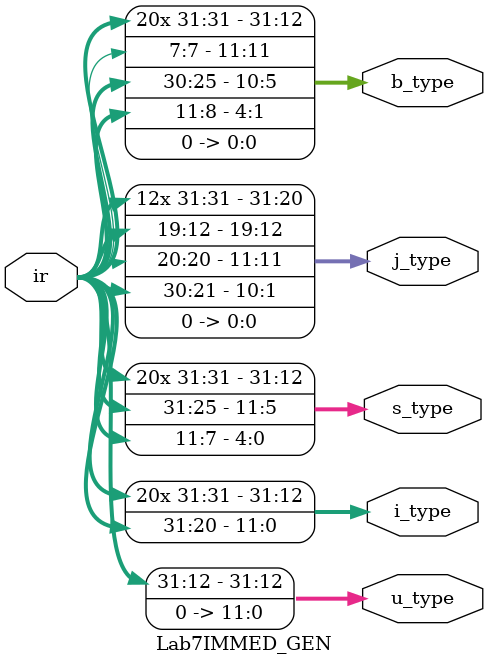
<source format=sv>
`timescale 1ns / 1ps


module Lab7IMMED_GEN #(parameter n = 32)(
    input [n-1:7] ir,
    output [n-1:0] u_type,
    output [n-1:0] i_type,
    output [n-1:0] s_type,
    output [n-1:0] j_type,
    output [n-1:0] b_type
    );
    
    assign u_type = {ir[31:12] , 12'b000000000000 };
    assign i_type = {{21{ir[31]}}, ir[30:20]};
    assign s_type = {{21{ir[31]}}, ir[30:25], ir[11:7]};
    assign j_type = {{12{ir[31]}}, ir[19:12], ir[20], ir[30:21], 1'b0};
    assign b_type = {{20{ir[31]}}, {ir[7], {ir[30:25],{ir[11:8], 1'b0}}}};
    
endmodule

</source>
